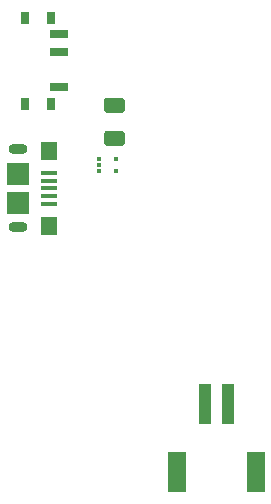
<source format=gbp>
G04 #@! TF.GenerationSoftware,KiCad,Pcbnew,(5.0.2-5)-5*
G04 #@! TF.CreationDate,2019-02-16T21:29:27-08:00*
G04 #@! TF.ProjectId,DC27-badge,44433237-2d62-4616-9467-652e6b696361,rev?*
G04 #@! TF.SameCoordinates,Original*
G04 #@! TF.FileFunction,Paste,Bot*
G04 #@! TF.FilePolarity,Positive*
%FSLAX46Y46*%
G04 Gerber Fmt 4.6, Leading zero omitted, Abs format (unit mm)*
G04 Created by KiCad (PCBNEW (5.0.2-5)-5) date Saturday, February 16, 2019 at 09:29:27 PM*
%MOMM*%
%LPD*%
G01*
G04 APERTURE LIST*
%ADD10R,0.450000X0.300000*%
%ADD11R,1.348740X0.398780*%
%ADD12O,1.597660X0.899160*%
%ADD13R,1.399540X1.597660*%
%ADD14R,1.899920X1.899920*%
%ADD15R,1.000000X3.500000*%
%ADD16R,1.500000X3.400000*%
%ADD17R,1.500000X0.700000*%
%ADD18R,0.800000X1.000000*%
%ADD19C,0.150000*%
%ADD20C,1.250000*%
G04 APERTURE END LIST*
D10*
G04 #@! TO.C,U602*
X77210000Y-129310000D03*
X75810000Y-129810000D03*
X77210000Y-130310000D03*
X75810000Y-129310000D03*
X75810000Y-130310000D03*
G04 #@! TD*
D11*
G04 #@! TO.C,J601*
X71600000Y-133097939D03*
X71600000Y-132447700D03*
X71600000Y-131800000D03*
X71600000Y-131152300D03*
X71600000Y-130502060D03*
D12*
X68930460Y-135099460D03*
X68930460Y-128500540D03*
D13*
X71600000Y-134997860D03*
X71600000Y-128602140D03*
D14*
X68925381Y-132998880D03*
X68925379Y-130601120D03*
G04 #@! TD*
D15*
G04 #@! TO.C,BT401*
X86750000Y-150050000D03*
X84750000Y-150050000D03*
D16*
X89100000Y-155800000D03*
X82400000Y-155800000D03*
G04 #@! TD*
D17*
G04 #@! TO.C,SW401*
X72430000Y-123250000D03*
X72430000Y-120250000D03*
X72430000Y-118750000D03*
D18*
X69570000Y-124650000D03*
X69570000Y-117350000D03*
X71780000Y-117350000D03*
X71780000Y-124650000D03*
G04 #@! TD*
D19*
G04 #@! TO.C,C601*
G36*
X77769504Y-126936204D02*
X77793773Y-126939804D01*
X77817571Y-126945765D01*
X77840671Y-126954030D01*
X77862849Y-126964520D01*
X77883893Y-126977133D01*
X77903598Y-126991747D01*
X77921777Y-127008223D01*
X77938253Y-127026402D01*
X77952867Y-127046107D01*
X77965480Y-127067151D01*
X77975970Y-127089329D01*
X77984235Y-127112429D01*
X77990196Y-127136227D01*
X77993796Y-127160496D01*
X77995000Y-127185000D01*
X77995000Y-127935000D01*
X77993796Y-127959504D01*
X77990196Y-127983773D01*
X77984235Y-128007571D01*
X77975970Y-128030671D01*
X77965480Y-128052849D01*
X77952867Y-128073893D01*
X77938253Y-128093598D01*
X77921777Y-128111777D01*
X77903598Y-128128253D01*
X77883893Y-128142867D01*
X77862849Y-128155480D01*
X77840671Y-128165970D01*
X77817571Y-128174235D01*
X77793773Y-128180196D01*
X77769504Y-128183796D01*
X77745000Y-128185000D01*
X76495000Y-128185000D01*
X76470496Y-128183796D01*
X76446227Y-128180196D01*
X76422429Y-128174235D01*
X76399329Y-128165970D01*
X76377151Y-128155480D01*
X76356107Y-128142867D01*
X76336402Y-128128253D01*
X76318223Y-128111777D01*
X76301747Y-128093598D01*
X76287133Y-128073893D01*
X76274520Y-128052849D01*
X76264030Y-128030671D01*
X76255765Y-128007571D01*
X76249804Y-127983773D01*
X76246204Y-127959504D01*
X76245000Y-127935000D01*
X76245000Y-127185000D01*
X76246204Y-127160496D01*
X76249804Y-127136227D01*
X76255765Y-127112429D01*
X76264030Y-127089329D01*
X76274520Y-127067151D01*
X76287133Y-127046107D01*
X76301747Y-127026402D01*
X76318223Y-127008223D01*
X76336402Y-126991747D01*
X76356107Y-126977133D01*
X76377151Y-126964520D01*
X76399329Y-126954030D01*
X76422429Y-126945765D01*
X76446227Y-126939804D01*
X76470496Y-126936204D01*
X76495000Y-126935000D01*
X77745000Y-126935000D01*
X77769504Y-126936204D01*
X77769504Y-126936204D01*
G37*
D20*
X77120000Y-127560000D03*
D19*
G36*
X77769504Y-124136204D02*
X77793773Y-124139804D01*
X77817571Y-124145765D01*
X77840671Y-124154030D01*
X77862849Y-124164520D01*
X77883893Y-124177133D01*
X77903598Y-124191747D01*
X77921777Y-124208223D01*
X77938253Y-124226402D01*
X77952867Y-124246107D01*
X77965480Y-124267151D01*
X77975970Y-124289329D01*
X77984235Y-124312429D01*
X77990196Y-124336227D01*
X77993796Y-124360496D01*
X77995000Y-124385000D01*
X77995000Y-125135000D01*
X77993796Y-125159504D01*
X77990196Y-125183773D01*
X77984235Y-125207571D01*
X77975970Y-125230671D01*
X77965480Y-125252849D01*
X77952867Y-125273893D01*
X77938253Y-125293598D01*
X77921777Y-125311777D01*
X77903598Y-125328253D01*
X77883893Y-125342867D01*
X77862849Y-125355480D01*
X77840671Y-125365970D01*
X77817571Y-125374235D01*
X77793773Y-125380196D01*
X77769504Y-125383796D01*
X77745000Y-125385000D01*
X76495000Y-125385000D01*
X76470496Y-125383796D01*
X76446227Y-125380196D01*
X76422429Y-125374235D01*
X76399329Y-125365970D01*
X76377151Y-125355480D01*
X76356107Y-125342867D01*
X76336402Y-125328253D01*
X76318223Y-125311777D01*
X76301747Y-125293598D01*
X76287133Y-125273893D01*
X76274520Y-125252849D01*
X76264030Y-125230671D01*
X76255765Y-125207571D01*
X76249804Y-125183773D01*
X76246204Y-125159504D01*
X76245000Y-125135000D01*
X76245000Y-124385000D01*
X76246204Y-124360496D01*
X76249804Y-124336227D01*
X76255765Y-124312429D01*
X76264030Y-124289329D01*
X76274520Y-124267151D01*
X76287133Y-124246107D01*
X76301747Y-124226402D01*
X76318223Y-124208223D01*
X76336402Y-124191747D01*
X76356107Y-124177133D01*
X76377151Y-124164520D01*
X76399329Y-124154030D01*
X76422429Y-124145765D01*
X76446227Y-124139804D01*
X76470496Y-124136204D01*
X76495000Y-124135000D01*
X77745000Y-124135000D01*
X77769504Y-124136204D01*
X77769504Y-124136204D01*
G37*
D20*
X77120000Y-124760000D03*
G04 #@! TD*
M02*

</source>
